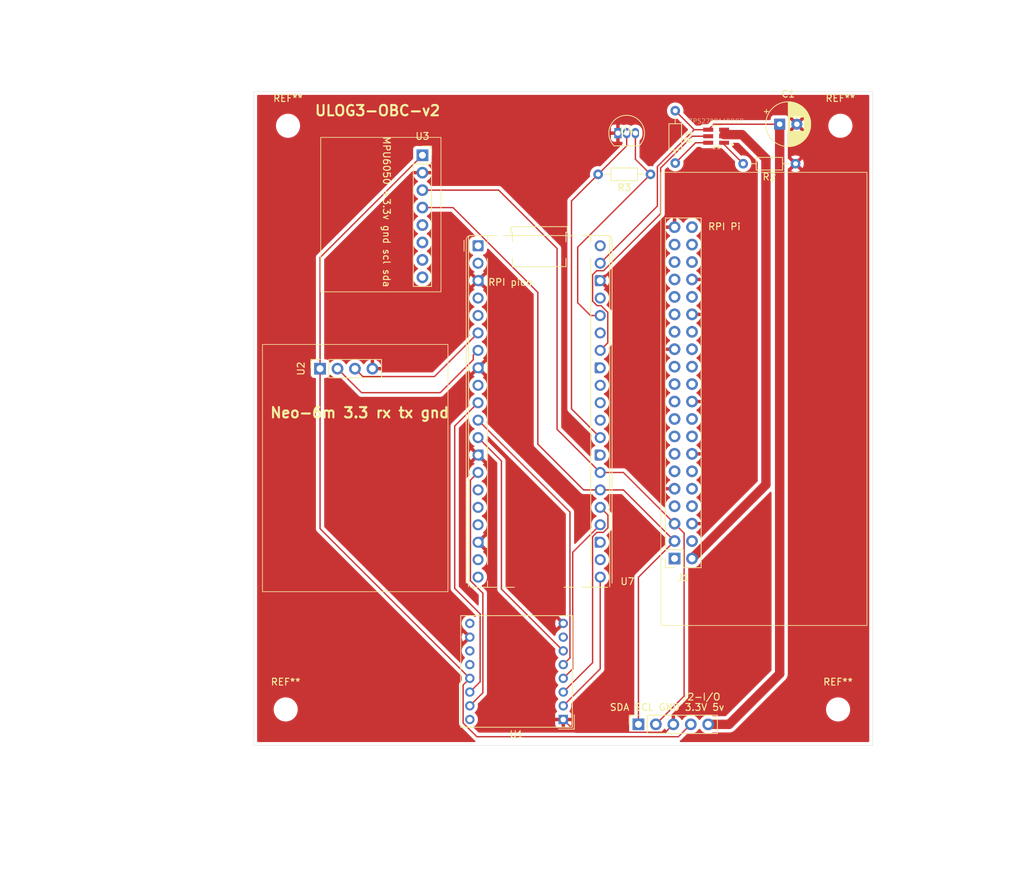
<source format=kicad_pcb>
(kicad_pcb (version 20240108) (generator "pcbnew") (generator_version "8.0")
  (layers (0 "F.Cu" signal) (31 "B.Cu" signal) (34 "B.Paste" user) (35 "F.Paste" user) (36 "B.SilkS" user "B.Silkscreen") (37 "F.SilkS" user "F.Silkscreen") (38 "B.Mask" user) (39 "F.Mask" user) (44 "Edge.Cuts" user))
  (net 0 "")
  (net 2 "Net-(J1-3V3-Pad1)")
  (net 3 "Net-(U5-R2)")
  (net 8 "SCL")
  (net 25 "TOG_POW")
  (net 27 "SDA")
  (net 32 "GND")
  (net 33 "+5V")
  (net 34 "Net-(U5-R1{slash}C1)")
  (net 35 "MOSI")
  (net 36 "NSS")
  (net 37 "DIO1")
  (net 38 "SCK")
  (net 39 "DP0")
  (net 40 "MISO")
  (net 41 "RESET")
  (net 42 "+3.3V")
  (net 49 "TOG_CTRL")
  (net 53 "rx")
  (net 57 "tx")
  (net 70 "A0")
  (net 71 "A1")
  (net 72 "Net-(U4-V_{DD})")
  (net 73 "Net-(U4-DQ)")
  (footprint "Connector_PinSocket_2.54mm:PinSocket_1x04_P2.54mm_Vertical" (layer "F.Cu") (at 123.2 73.9 90)
    (property "Reference" "U2" (at 0 -2.77 90) (layer "F.SilkS"))
    (property "Value" "NEO-6M-GPS")
    (fp_line (start 1.33 -1.33) (end 1.33 0) (stroke (width 0.12)) (layer "F.SilkS"))
    (fp_line (start 0 -1.33) (end 1.33 -1.33) (stroke (width 0.12)) (layer "F.SilkS"))
    (fp_line (start 1.33 1.27) (end 1.33 8.95) (stroke (width 0.12)) (layer "F.SilkS"))
    (fp_line (start -1.33 1.27) (end 1.33 1.27) (stroke (width 0.12)) (layer "F.SilkS"))
    (fp_line (start -1.33 1.27) (end -1.33 8.95) (stroke (width 0.12)) (layer "F.SilkS"))
    (fp_line (start -1.33 8.95) (end 1.33 8.95) (stroke (width 0.12)) (layer "F.SilkS"))
    (pad "1" thru_hole rect (at 0 0 90) (size 1.7 1.7) (drill 1) (layers "*.Cu" "*.Mask") (net 42 "+3.3V"))
    (pad "2" thru_hole oval (at 0 2.54 90) (size 1.7 1.7) (drill 1) (layers "*.Cu" "*.Mask") (net 57 "tx"))
    (pad "3" thru_hole oval (at 0 5.08 90) (size 1.7 1.7) (drill 1) (layers "*.Cu" "*.Mask") (net 53 "rx"))
    (pad "4" thru_hole oval (at 0 7.62 90) (size 1.7 1.7) (drill 1) (layers "*.Cu" "*.Mask") (net 32 "GND"))
  )
  (footprint "Capacitor_THT:CP_Radial_D6.3mm_P2.50mm" (layer "F.Cu") (at 190.1 38.3)
    (property "Reference" "C1" (at 1.25 -4.4 360) (layer "F.SilkS"))
    (property "Value" "100uF")
    (fp_line (start -2.250241 -1.839) (end -1.620241 -1.839) (stroke (width 0.12)) (layer "F.SilkS"))
    (fp_line (start -1.935241 -2.154) (end -1.935241 -1.524) (stroke (width 0.12)) (layer "F.SilkS"))
    (fp_line (start 1.25 -3.23) (end 1.25 3.23) (stroke (width 0.12)) (layer "F.SilkS"))
    (fp_line (start 1.29 -3.23) (end 1.29 3.23) (stroke (width 0.12)) (layer "F.SilkS"))
    (fp_line (start 1.33 -3.23) (end 1.33 3.23) (stroke (width 0.12)) (layer "F.SilkS"))
    (fp_line (start 1.37 -3.228) (end 1.37 3.228) (stroke (width 0.12)) (layer "F.SilkS"))
    (fp_line (start 1.41 -3.227) (end 1.41 3.227) (stroke (width 0.12)) (layer "F.SilkS"))
    (fp_line (start 1.45 -3.224) (end 1.45 3.224) (stroke (width 0.12)) (layer "F.SilkS"))
    (fp_line (start 1.49 -3.222) (end 1.49 -1.04) (stroke (width 0.12)) (layer "F.SilkS"))
    (fp_line (start 1.49 1.04) (end 1.49 3.222) (stroke (width 0.12)) (layer "F.SilkS"))
    (fp_line (start 1.53 -3.218) (end 1.53 -1.04) (stroke (width 0.12)) (layer "F.SilkS"))
    (fp_line (start 1.53 1.04) (end 1.53 3.218) (stroke (width 0.12)) (layer "F.SilkS"))
    (fp_line (start 1.57 -3.215) (end 1.57 -1.04) (stroke (width 0.12)) (layer "F.SilkS"))
    (fp_line (start 1.57 1.04) (end 1.57 3.215) (stroke (width 0.12)) (layer "F.SilkS"))
    (fp_line (start 1.61 -3.211) (end 1.61 -1.04) (stroke (width 0.12)) (layer "F.SilkS"))
    (fp_line (start 1.61 1.04) (end 1.61 3.211) (stroke (width 0.12)) (layer "F.SilkS"))
    (fp_line (start 1.65 -3.206) (end 1.65 -1.04) (stroke (width 0.12)) (layer "F.SilkS"))
    (fp_line (start 1.65 1.04) (end 1.65 3.206) (stroke (width 0.12)) (layer "F.SilkS"))
    (fp_line (start 1.69 -3.201) (end 1.69 -1.04) (stroke (width 0.12)) (layer "F.SilkS"))
    (fp_line (start 1.69 1.04) (end 1.69 3.201) (stroke (width 0.12)) (layer "F.SilkS"))
    (fp_line (start 1.73 -3.195) (end 1.73 -1.04) (stroke (width 0.12)) (layer "F.SilkS"))
    (fp_line (start 1.73 1.04) (end 1.73 3.195) (stroke (width 0.12)) (layer "F.SilkS"))
    (fp_line (start 1.77 -3.189) (end 1.77 -1.04) (stroke (width 0.12)) (layer "F.SilkS"))
    (fp_line (start 1.77 1.04) (end 1.77 3.189) (stroke (width 0.12)) (layer "F.SilkS"))
    (fp_line (start 1.81 -3.182) (end 1.81 -1.04) (stroke (width 0.12)) (layer "F.SilkS"))
    (fp_line (start 1.81 1.04) (end 1.81 3.182) (stroke (width 0.12)) (layer "F.SilkS"))
    (fp_line (start 1.85 -3.175) (end 1.85 -1.04) (stroke (width 0.12)) (layer "F.SilkS"))
    (fp_line (start 1.85 1.04) (end 1.85 3.175) (stroke (width 0.12)) (layer "F.SilkS"))
    (fp_line (start 1.89 -3.167) (end 1.89 -1.04) (stroke (width 0.12)) (layer "F.SilkS"))
    (fp_line (start 1.89 1.04) (end 1.89 3.167) (stroke (width 0.12)) (layer "F.SilkS"))
    (fp_line (start 1.93 -3.159) (end 1.93 -1.04) (stroke (width 0.12)) (layer "F.SilkS"))
    (fp_line (start 1.93 1.04) (end 1.93 3.159) (stroke (width 0.12)) (layer "F.SilkS"))
    (fp_line (start 1.971 -3.15) (end 1.971 -1.04) (stroke (width 0.12)) (layer "F.SilkS"))
    (fp_line (start 1.971 1.04) (end 1.971 3.15) (stroke (width 0.12)) (layer "F.SilkS"))
    (fp_line (start 2.011 -3.141) (end 2.011 -1.04) (stroke (width 0.12)) (layer "F.SilkS"))
    (fp_line (start 2.011 1.04) (end 2.011 3.141) (stroke (width 0.12)) (layer "F.SilkS"))
    (fp_line (start 2.051 -3.131) (end 2.051 -1.04) (stroke (width 0.12)) (layer "F.SilkS"))
    (fp_line (start 2.051 1.04) (end 2.051 3.131) (stroke (width 0.12)) (layer "F.SilkS"))
    (fp_line (start 2.091 -3.121) (end 2.091 -1.04) (stroke (width 0.12)) (layer "F.SilkS"))
    (fp_line (start 2.091 1.04) (end 2.091 3.121) (stroke (width 0.12)) (layer "F.SilkS"))
    (fp_line (start 2.131 -3.11) (end 2.131 -1.04) (stroke (width 0.12)) (layer "F.SilkS"))
    (fp_line (start 2.131 1.04) (end 2.131 3.11) (stroke (width 0.12)) (layer "F.SilkS"))
    (fp_line (start 2.171 -3.098) (end 2.171 -1.04) (stroke (width 0.12)) (layer "F.SilkS"))
    (fp_line (start 2.171 1.04) (end 2.171 3.098) (stroke (width 0.12)) (layer "F.SilkS"))
    (fp_line (start 2.211 -3.086) (end 2.211 -1.04) (stroke (width 0.12)) (layer "F.SilkS"))
    (fp_line (start 2.211 1.04) (end 2.211 3.086) (stroke (width 0.12)) (layer "F.SilkS"))
    (fp_line (start 2.251 -3.074) (end 2.251 -1.04) (stroke (width 0.12)) (layer "F.SilkS"))
    (fp_line (start 2.251 1.04) (end 2.251 3.074) (stroke (width 0.12)) (layer "F.SilkS"))
    (fp_line (start 2.291 -3.061) (end 2.291 -1.04) (stroke (width 0.12)) (layer "F.SilkS"))
    (fp_line (start 2.291 1.04) (end 2.291 3.061) (stroke (width 0.12)) (layer "F.SilkS"))
    (fp_line (start 2.331 -3.047) (end 2.331 -1.04) (stroke (width 0.12)) (layer "F.SilkS"))
    (fp_line (start 2.331 1.04) (end 2.331 3.047) (stroke (width 0.12)) (layer "F.SilkS"))
    (fp_line (start 2.371 -3.033) (end 2.371 -1.04) (stroke (width 0.12)) (layer "F.SilkS"))
    (fp_line (start 2.371 1.04) (end 2.371 3.033) (stroke (width 0.12)) (layer "F.SilkS"))
    (fp_line (start 2.411 -3.018) (end 2.411 -1.04) (stroke (width 0.12)) (layer "F.SilkS"))
    (fp_line (start 2.411 1.04) (end 2.411 3.018) (stroke (width 0.12)) (layer "F.SilkS"))
    (fp_line (start 2.451 -3.002) (end 2.451 -1.04) (stroke (width 0.12)) (layer "F.SilkS"))
    (fp_line (start 2.451 1.04) (end 2.451 3.002) (stroke (width 0.12)) (layer "F.SilkS"))
    (fp_line (start 2.491 -2.986) (end 2.491 -1.04) (stroke (width 0.12)) (layer "F.SilkS"))
    (fp_line (start 2.491 1.04) (end 2.491 2.986) (stroke (width 0.12)) (layer "F.SilkS"))
    (fp_line (start 2.531 -2.97) (end 2.531 -1.04) (stroke (width 0.12)) (layer "F.SilkS"))
    (fp_line (start 2.531 1.04) (end 2.531 2.97) (stroke (width 0.12)) (layer "F.SilkS"))
    (fp_line (start 2.571 -2.952) (end 2.571 -1.04) (stroke (width 0.12)) (layer "F.SilkS"))
    (fp_line (start 2.571 1.04) (end 2.571 2.952) (stroke (width 0.12)) (layer "F.SilkS"))
    (fp_line (start 2.611 -2.934) (end 2.611 -1.04) (stroke (width 0.12)) (layer "F.SilkS"))
    (fp_line (start 2.611 1.04) (end 2.611 2.934) (stroke (width 0.12)) (layer "F.SilkS"))
    (fp_line (start 2.651 -2.916) (end 2.651 -1.04) (stroke (width 0.12)) (layer "F.SilkS"))
    (fp_line (start 2.651 1.04) (end 2.651 2.916) (stroke (width 0.12)) (layer "F.SilkS"))
    (fp_line (start 2.691 -2.896) (end 2.691 -1.04) (stroke (width 0.12)) (layer "F.SilkS"))
    (fp_line (start 2.691 1.04) (end 2.691 2.896) (stroke (width 0.12)) (layer "F.SilkS"))
    (fp_line (start 2.731 -2.876) (end 2.731 -1.04) (stroke (width 0.12)) (layer "F.SilkS"))
    (fp_line (start 2.731 1.04) (end 2.731 2.876) (stroke (width 0.12)) (layer "F.SilkS"))
    (fp_line (start 2.771 -2.856) (end 2.771 -1.04) (stroke (width 0.12)) (layer "F.SilkS"))
    (fp_line (start 2.771 1.04) (end 2.771 2.856) (stroke (width 0.12)) (layer "F.SilkS"))
    (fp_line (start 2.811 -2.834) (end 2.811 -1.04) (stroke (width 0.12)) (layer "F.SilkS"))
    (fp_line (start 2.811 1.04) (end 2.811 2.834) (stroke (width 0.12)) (layer "F.SilkS"))
    (fp_line (start 2.851 -2.812) (end 2.851 -1.04) (stroke (width 0.12)) (layer "F.SilkS"))
    (fp_line (start 2.851 1.04) (end 2.851 2.812) (stroke (width 0.12)) (layer "F.SilkS"))
    (fp_line (start 2.891 -2.79) (end 2.891 -1.04) (stroke (width 0.12)) (layer "F.SilkS"))
    (fp_line (start 2.891 1.04) (end 2.891 2.79) (stroke (width 0.12)) (layer "F.SilkS"))
    (fp_line (start 2.931 -2.766) (end 2.931 -1.04) (stroke (width 0.12)) (layer "F.SilkS"))
    (fp_line (start 2.931 1.04) (end 2.931 2.766) (stroke (width 0.12)) (layer "F.SilkS"))
    (fp_line (start 2.971 -2.742) (end 2.971 -1.04) (stroke (width 0.12)) (layer "F.SilkS"))
    (fp_line (start 2.971 1.04) (end 2.971 2.742) (stroke (width 0.12)) (layer "F.SilkS"))
    (fp_line (start 3.011 -2.716) (end 3.011 -1.04) (stroke (width 0.12)) (layer "F.SilkS"))
    (fp_line (start 3.011 1.04) (end 3.011 2.716) (stroke (width 0.12)) (layer "F.SilkS"))
    (fp_line (start 3.051 -2.69) (end 3.051 -1.04) (stroke (width 0.12)) (layer "F.SilkS"))
    (fp_line (start 3.051 1.04) (end 3.051 2.69) (stroke (width 0.12)) (layer "F.SilkS"))
    (fp_line (start 3.091 -2.664) (end 3.091 -1.04) (stroke (width 0.12)) (layer "F.SilkS"))
    (fp_line (start 3.091 1.04) (end 3.091 2.664) (stroke (width 0.12)) (layer "F.SilkS"))
    (fp_line (start 3.131 -2.636) (end 3.131 -1.04) (stroke (width 0.12)) (layer "F.SilkS"))
    (fp_line (start 3.131 1.04) (end 3.131 2.636) (stroke (width 0.12)) (layer "F.SilkS"))
    (fp_line (start 3.171 -2.607) (end 3.171 -1.04) (stroke (width 0.12)) (layer "F.SilkS"))
    (fp_line (start 3.171 1.04) (end 3.171 2.607) (stroke (width 0.12)) (layer "F.SilkS"))
    (fp_line (start 3.211 -2.578) (end 3.211 -1.04) (stroke (width 0.12)) (layer "F.SilkS"))
    (fp_line (start 3.211 1.04) (end 3.211 2.578) (stroke (width 0.12)) (layer "F.SilkS"))
    (fp_line (start 3.251 -2.548) (end 3.251 -1.04) (stroke (width 0.12)) (layer "F.SilkS"))
    (fp_line (start 3.251 1.04) (end 3.251 2.548) (stroke (width 0.12)) (layer "F.SilkS"))
    (fp_line (start 3.291 -2.516) (end 3.291 -1.04) (stroke (width 0.12)) (layer "F.SilkS"))
    (fp_line (start 3.291 1.04) (end 3.291 2.516) (stroke (width 0.12)) (layer "F.SilkS"))
    (fp_line (start 3.331 -2.484) (end 3.331 -1.04) (stroke (width 0.12)) (layer "F.SilkS"))
    (fp_line (start 3.331 1.04) (end 3.331 2.484) (stroke (width 0.12)) (layer "F.SilkS"))
    (fp_line (start 3.371 -2.45) (end 3.371 -1.04) (stroke (width 0.12)) (layer "F.SilkS"))
    (fp_line (start 3.371 1.04) (end 3.371 2.45) (stroke (width 0.12)) (layer "F.SilkS"))
    (fp_line (start 3.411 -2.416) (end 3.411 -1.04) (stroke (width 0.12)) (layer "F.SilkS"))
    (fp_line (start 3.411 1.04) (end 3.411 2.416) (stroke (width 0.12)) (layer "F.SilkS"))
    (fp_line (start 3.451 -2.38) (end 3.451 -1.04) (stroke (width 0.12)) (layer "F.SilkS"))
    (fp_line (start 3.451 1.04) (end 3.451 2.38) (stroke (width 0.12)) (layer "F.SilkS"))
    (fp_line (start 3.491 -2.343) (end 3.491 -1.04) (stroke (width 0.12)) (layer "F.SilkS"))
    (fp_line (start 3.491 1.04) (end 3.491 2.343) (stroke (width 0.12)) (layer "F.SilkS"))
    (fp_line (start 3.531 -2.305) (end 3.531 -1.04) (stroke (width 0.12)) (layer "F.SilkS"))
    (fp_line (start 3.531 1.04) (end 3.531 2.305) (stroke (width 0.12)) (layer "F.SilkS"))
    (fp_line (start 3.571 -2.265) (end 3.571 2.265) (stroke (width 0.12)) (layer "F.SilkS"))
    (fp_line (start 3.611 -2.224) (end 3.611 2.224) (stroke (width 0.12)) (layer "F.SilkS"))
    (fp_line (start 3.651 -2.182) (end 3.651 2.182) (stroke (width 0.12)) (layer "F.SilkS"))
    (fp_line (start 3.691 -2.137) (end 3.691 2.137) (stroke (width 0.12)) (layer "F.SilkS"))
    (fp_line (start 3.731 -2.092) (end 3.731 2.092) (stroke (width 0.12)) (layer "F.SilkS"))
    (fp_line (start 3.771 -2.044) (end 3.771 2.044) (stroke (width 0.12)) (layer "F.SilkS"))
    (fp_line (start 3.811 -1.995) (end 3.811 1.995) (stroke (width 0.12)) (layer "F.SilkS"))
    (fp_line (start 3.851 -1.944) (end 3.851 1.944) (stroke (width 0.12)) (layer "F.SilkS"))
    (fp_line (start 3.891 -1.89) (end 3.891 1.89) (stroke (width 0.12)) (layer "F.SilkS"))
    (fp_line (start 3.931 -1.834) (end 3.931 1.834) (stroke (width 0.12)) (layer "F.SilkS"))
    (fp_line (start 3.971 -1.776) (end 3.971 1.776) (stroke (width 0.12)) (layer "F.SilkS"))
    (fp_line (start 4.011 -1.714) (end 4.011 1.714) (stroke (width 0.12)) (layer "F.SilkS"))
    (fp_line (start 4.051 -1.65) (end 4.051 1.65) (stroke (width 0.12)) (layer "F.SilkS"))
    (fp_line (start 4.091 -1.581) (end 4.091 1.581) (stroke (width 0.12)) (layer "F.SilkS"))
    (fp_line (start 4.131 -1.509) (end 4.131 1.509) (stroke (width 0.12)) (layer "F.SilkS"))
    (fp_line (start 4.171 -1.432) (end 4.171 1.432) (stroke (width 0.12)) (layer "F.SilkS"))
    (fp_line (start 4.211 -1.35) (end 4.211 1.35) (stroke (width 0.12)) (layer "F.SilkS"))
    (fp_line (start 4.251 -1.262) (end 4.251 1.262) (stroke (width 0.12)) (layer "F.SilkS"))
    (fp_line (start 4.291 -1.165) (end 4.291 1.165) (stroke (width 0.12)) (layer "F.SilkS"))
    (fp_line (start 4.331 -1.059) (end 4.331 1.059) (stroke (width 0.12)) (layer "F.SilkS"))
    (fp_line (start 4.371 -0.94) (end 4.371 0.94) (stroke (width 0.12)) (layer "F.SilkS"))
    (fp_line (start 4.411 -0.802) (end 4.411 0.802) (stroke (width 0.12)) (layer "F.SilkS"))
    (fp_line (start 4.451 -0.633) (end 4.451 0.633) (stroke (width 0.12)) (layer "F.SilkS"))
    (fp_line (start 4.491 -0.402) (end 4.491 0.402) (stroke (width 0.12)) (layer "F.SilkS"))
    (fp_circle (center 1.25 0) (end 4.52 0) (stroke (width 0.12)) (fill none) (layer "F.SilkS"))
    (pad "1" thru_hole rect (at 0 0) (size 1.6 1.6) (drill 0.8) (layers "*.Cu" "*.Mask") (net 33 "+5V"))
    (pad "2" thru_hole circle (at 2.5 0) (size 1.6 1.6) (drill 0.8) (layers "*.Cu" "*.Mask") (net 32 "GND"))
  )
  (footprint "MountingHole:MountingHole_3mm" (layer "F.Cu") (at 198.6 123.528)
    (property "Reference" "REF**" (at 0 -4 0) (layer "F.SilkS"))
    (property "Value" "MountingHole_3mm")
    (pad "" np_thru_hole circle (at 0 0) (size 3 3) (drill 3) (layers "*.Cu" "*.Mask"))
  )
  (footprint "Resistor_THT:R_Axial_DIN0204_L3.6mm_D1.6mm_P7.62mm_Horizontal" (layer "F.Cu") (at 171.3 45.6 180)
    (property "Reference" "R3" (at 3.81 -1.92 360) (layer "F.SilkS"))
    (property "Value" "4.4k")
    (fp_line (start 6.68 0) (end 5.73 0) (stroke (width 0.12)) (layer "F.SilkS"))
    (fp_line (start 5.73 0.92) (end 5.73 -0.92) (stroke (width 0.12)) (layer "F.SilkS"))
    (fp_line (start 5.73 -0.92) (end 1.89 -0.92) (stroke (width 0.12)) (layer "F.SilkS"))
    (fp_line (start 1.89 0.92) (end 5.73 0.92) (stroke (width 0.12)) (layer "F.SilkS"))
    (fp_line (start 1.89 -0.92) (end 1.89 0.92) (stroke (width 0.12)) (layer "F.SilkS"))
    (fp_line (start 0.94 0) (end 1.89 0) (stroke (width 0.12)) (layer "F.SilkS"))
    (pad "1" thru_hole circle (at 0 0 180) (size 1.4 1.4) (drill 0.7) (layers "*.Cu" "*.Mask") (net 72 "Net-(U4-V_{DD})"))
    (pad "2" thru_hole oval (at 7.62 0 180) (size 1.4 1.4) (drill 0.7) (layers "*.Cu" "*.Mask") (net 73 "Net-(U4-DQ)"))
  )
  (footprint "TPS27081A:SOT95P280X110-6N" (layer "F.Cu") (at 180.855 40.05 180)
    (property "Reference" "U5" (at 0 -1.565 360) (layer "F.SilkS") (effects (font (size 0.64 0.64) (thickness 0.05))))
    (property "Value" "TPS27081ADDCR" (at -0.068 2.2064 360) (layer "F.SilkS") (effects (font (size 0.64 0.64) (thickness 0.05))))
    (fp_line (start -0.8 1.565) (end 0.8 1.565) (stroke (width 0.127)) (layer "F.SilkS"))
    (fp_line (start -0.8 -1.565) (end 0.8 -1.565) (stroke (width 0.127)) (layer "F.SilkS"))
    (fp_circle (center -2.4 -1.2) (end -2.3 -1.2) (stroke (width 0.2)) (fill none) (layer "F.SilkS"))
    (pad "1" smd rect (at -1.155 -0.95 180) (size 1.45 0.59) (layers "F.Cu" "F.Paste") (net 3 "Net-(U5-R2)"))
    (pad "2" smd rect (at -1.155 0 180) (size 1.45 0.59) (layers "F.Cu" "F.Paste") (net 25 "TOG_POW"))
    (pad "3" smd rect (at -1.155 0.95 180) (size 1.45 0.59) (layers "F.Cu" "F.Paste") (net 25 "TOG_POW"))
    (pad "4" smd rect (at 1.155 0.95 180) (size 1.45 0.59) (layers "F.Cu" "F.Paste") (net 33 "+5V"))
    (pad "5" smd rect (at 1.155 0 180) (size 1.45 0.59) (layers "F.Cu" "F.Paste") (net 49 "TOG_CTRL"))
    (pad "6" smd rect (at 1.155 -0.95 180) (size 1.45 0.59) (layers "F.Cu" "F.Paste") (net 34 "Net-(U5-R1{slash}C1)"))
  )
  (footprint "Connector_PinSocket_2.54mm:PinSocket_1x08_P2.54mm_Vertical" (layer "F.Cu") (at 138.1 42.82)
    (property "Reference" "U3" (at 0 -2.77 0) (layer "F.SilkS"))
    (property "Value" "MPU-6050")
    (fp_line (start -1.33 1.27) (end -1.33 19.11) (stroke (width 0.12)) (layer "F.SilkS"))
    (fp_line (start -1.33 1.27) (end 1.33 1.27) (stroke (width 0.12)) (layer "F.SilkS"))
    (fp_line (start -1.33 19.11) (end 1.33 19.11) (stroke (width 0.12)) (layer "F.SilkS"))
    (fp_line (start 0 -1.33) (end 1.33 -1.33) (stroke (width 0.12)) (layer "F.SilkS"))
    (fp_line (start 1.33 -1.33) (end 1.33 0) (stroke (width 0.12)) (layer "F.SilkS"))
    (fp_line (start 1.33 1.27) (end 1.33 19.11) (stroke (width 0.12)) (layer "F.SilkS"))
    (pad "1" thru_hole rect (at 0 0) (size 1.7 1.7) (drill 1) (layers "*.Cu" "*.Mask") (net 42 "+3.3V"))
    (pad "2" thru_hole oval (at 0 2.54) (size 1.7 1.7) (drill 1) (layers "*.Cu" "*.Mask") (net 32 "GND"))
    (pad "3" thru_hole oval (at 0 5.08) (size 1.7 1.7) (drill 1) (layers "*.Cu" "*.Mask") (net 8 "SCL"))
    (pad "4" thru_hole oval (at 0 7.62) (size 1.7 1.7) (drill 1) (layers "*.Cu" "*.Mask") (net 27 "SDA"))
    (pad "5" thru_hole oval (at 0 10.16) (size 1.7 1.7) (drill 1) (layers "*.Cu" "*.Mask"))
    (pad "6" thru_hole oval (at 0 12.7) (size 1.7 1.7) (drill 1) (layers "*.Cu" "*.Mask"))
    (pad "7" thru_hole oval (at 0 15.24) (size 1.7 1.7) (drill 1) (layers "*.Cu" "*.Mask"))
    (pad "8" thru_hole oval (at 0 17.78) (size 1.7 1.7) (drill 1) (layers "*.Cu" "*.Mask"))
  )
  (footprint "MountingHole:MountingHole_3mm" (layer "F.Cu") (at 118.538 38.528)
    (property "Reference" "REF**" (at 0 -4 0) (layer "F.SilkS"))
    (property "Value" "MountingHole_3mm")
    (pad "" np_thru_hole circle (at 0 0) (size 3 3) (drill 3) (layers "*.Cu" "*.Mask"))
  )
  (footprint "Resistor_THT:R_Axial_DIN0204_L3.6mm_D1.6mm_P7.62mm_Horizontal" (layer "F.Cu") (at 174.9 36.34 -90)
    (property "Reference" "R1" (at 3.81 -1.92 -90) (layer "F.SilkS"))
    (property "Value" "100k")
    (fp_line (start 1.89 0.92) (end 5.73 0.92) (stroke (width 0.12)) (layer "F.SilkS"))
    (fp_line (start 5.73 0.92) (end 5.73 -0.92) (stroke (width 0.12)) (layer "F.SilkS"))
    (fp_line (start 0.94 0) (end 1.89 0) (stroke (width 0.12)) (layer "F.SilkS"))
    (fp_line (start 6.68 0) (end 5.73 0) (stroke (width 0.12)) (layer "F.SilkS"))
    (fp_line (start 1.89 -0.92) (end 1.89 0.92) (stroke (width 0.12)) (layer "F.SilkS"))
    (fp_line (start 5.73 -0.92) (end 1.89 -0.92) (stroke (width 0.12)) (layer "F.SilkS"))
    (pad "1" thru_hole circle (at 0 0 270) (size 1.4 1.4) (drill 0.7) (layers "*.Cu" "*.Mask") (net 33 "+5V"))
    (pad "2" thru_hole oval (at 7.62 0 270) (size 1.4 1.4) (drill 0.7) (layers "*.Cu" "*.Mask") (net 34 "Net-(U5-R1{slash}C1)"))
  )
  (footprint "Resistor_THT:R_Axial_DIN0204_L3.6mm_D1.6mm_P7.62mm_Horizontal" (layer "F.Cu") (at 192.41 44.05 180)
    (property "Reference" "R2" (at 3.81 -1.92 180) (layer "F.SilkS"))
    (property "Value" "1k")
    (fp_line (start 6.68 0) (end 5.73 0) (stroke (width 0.12)) (layer "F.SilkS"))
    (fp_line (start 5.73 0.92) (end 5.73 -0.92) (stroke (width 0.12)) (layer "F.SilkS"))
    (fp_line (start 5.73 -0.92) (end 1.89 -0.92) (stroke (width 0.12)) (layer "F.SilkS"))
    (fp_line (start 1.89 0.92) (end 5.73 0.92) (stroke (width 0.12)) (layer "F.SilkS"))
    (fp_line (start 1.89 -0.92) (end 1.89 0.92) (stroke (width 0.12)) (layer "F.SilkS"))
    (fp_line (start 0.94 0) (end 1.89 0) (stroke (width 0.12)) (layer "F.SilkS"))
    (pad "1" thru_hole circle (at 0 0 180) (size 1.4 1.4) (drill 0.7) (layers "*.Cu" "*.Mask") (net 32 "GND"))
    (pad "2" thru_hole oval (at 7.62 0 180) (size 1.4 1.4) (drill 0.7) (layers "*.Cu" "*.Mask") (net 3 "Net-(U5-R2)"))
  )
  (footprint "Connector_PinSocket_2.54mm:PinSocket_2x20_P2.54mm_Vertical" (layer "F.Cu") (at 174.8 101.55 180)
    (property "Reference" "J1" (at -1.27 -2.77 360) (layer "F.SilkS"))
    (property "Value" "Raspberry_Pi_2_3")
    (fp_line (start 1.33 1.27) (end 1.33 49.59) (stroke (width 0.12)) (layer "F.SilkS"))
    (fp_line (start 1.33 -1.33) (end 1.33 0) (stroke (width 0.12)) (layer "F.SilkS"))
    (fp_line (start 0 -1.33) (end 1.33 -1.33) (stroke (width 0.12)) (layer "F.SilkS"))
    (fp_line (start -1.27 1.27) (end 1.33 1.27) (stroke (width 0.12)) (layer "F.SilkS"))
    (fp_line (start -1.27 -1.33) (end -1.27 1.27) (stroke (width 0.12)) (layer "F.SilkS"))
    (fp_line (start -3.87 49.59) (end 1.33 49.59) (stroke (width 0.12)) (layer "F.SilkS"))
    (fp_line (start -3.87 -1.33) (end -1.27 -1.33) (stroke (width 0.12)) (layer "F.SilkS"))
    (fp_line (start -3.87 -1.33) (end -3.87 49.59) (stroke (width 0.12)) (layer "F.SilkS"))
    (pad "1" thru_hole rect (at 0 0 180) (size 1.7 1.7) (drill 1) (layers "*.Cu" "*.Mask") (net 2 "Net-(J1-3V3-Pad1)"))
    (pad "2" thru_hole oval (at -2.54 0 180) (size 1.7 1.7) (drill 1) (layers "*.Cu" "*.Mask") (net 25 "TOG_POW"))
    (pad "3" thru_hole oval (at 0 2.54 180) (size 1.7 1.7) (drill 1) (layers "*.Cu" "*.Mask") (net 27 "SDA"))
    (pad "4" thru_hole oval (at -2.54 2.54 180) (size 1.7 1.7) (drill 1) (layers "*.Cu" "*.Mask") (net 25 "TOG_POW"))
    (pad "5" thru_hole oval (at 0 5.08 180) (size 1.7 1.7) (drill 1) (layers "*.Cu" "*.Mask") (net 8 "SCL"))
    (pad "6" thru_hole oval (at -2.54 5.08 180) (size 1.7 1.7) (drill 1) (layers "*.Cu" "*.Mask") (net 32 "GND"))
    (pad "7" thru_hole oval (at 0 7.62 180) (size 1.7 1.7) (drill 1) (layers "*.Cu" "*.Mask"))
    (pad "8" thru_hole oval (at -2.54 7.62 180) (size 1.7 1.7) (drill 1) (layers "*.Cu" "*.Mask"))
    (pad "9" thru_hole oval (at 0 10.16 180) (size 1.7 1.7) (drill 1) (layers "*.Cu" "*.Mask") (net 32 "GND"))
    (pad "10" thru_hole oval (at -2.54 10.16 180) (size 1.7 1.7) (drill 1) (layers "*.Cu" "*.Mask"))
    (pad "11" thru_hole oval (at 0 12.7 180) (size 1.7 1.7) (drill 1) (layers "*.Cu" "*.Mask"))
    (pad "12" thru_hole oval (at -2.54 12.7 180) (size 1.7 1.7) (drill 1) (layers "*.Cu" "*.Mask"))
    (pad "13" thru_hole oval (at 0 15.24 180) (size 1.7 1.7) (drill 1) (layers "*.Cu" "*.Mask"))
    (pad "14" thru_hole oval (at -2.54 15.24 180) (size 1.7 1.7) (drill 1) (layers "*.Cu" "*.Mask") (net 32 "GND"))
    (pad "15" thru_hole oval (at 0 17.78 180) (size 1.7 1.7) (drill 1) (layers "*.Cu" "*.Mask"))
    (pad "16" thru_hole oval (at -2.54 17.78 180) (size 1.7 1.7) (drill 1) (layers "*.Cu" "*.Mask"))
    (pad "17" thru_hole oval (at 0 20.32 180) (size 1.7 1.7) (drill 1) (layers "*.Cu" "*.Mask") (net 2 "Net-(J1-3V3-Pad1)"))
    (pad "18" thru_hole oval (at -2.54 20.32 180) (size 1.7 1.7) (drill 1) (layers "*.Cu" "*.Mask"))
    (pad "19" thru_hole oval (at 0 22.86 180) (size 1.7 1.7) (drill 1) (layers "*.Cu" "*.Mask"))
    (pad "20" thru_hole oval (at -2.54 22.86 180) (size 1.7 1.7) (drill 1) (layers "*.Cu" "*.Mask") (net 32 "GND"))
    (pad "21" thru_hole oval (at 0 25.4 180) (size 1.7 1.7) (drill 1) (layers "*.Cu" "*.Mask"))
    (pad "22" thru_hole oval (at -2.54 25.4 180) (size 1.7 1.7) (drill 1) (layers "*.Cu" "*.Mask"))
    (pad "23" thru_hole oval (at 0 27.94 180) (size 1.7 1.7) (drill 1) (layers "*.Cu" "*.Mask"))
    (pad "24" thru_hole oval (at -2.54 27.94 180) (size 1.7 1.7) (drill 1) (layers "*.Cu" "*.Mask"))
    (pad "25" thru_hole oval (at 0 30.48 180) (size 1.7 1.7) (drill 1) (layers "*.Cu" "*.Mask") (net 32 "GND"))
    (pad "26" thru_hole oval (at -2.54 30.48 180) (size 1.7 1.7) (drill 1) (layers "*.Cu" "*.Mask"))
    (pad "27" thru_hole oval (at 0 33.02 180) (size 1.7 1.7) (drill 1) (layers "*.Cu" "*.Mask"))
    (pad "28" thru_hole oval (at -2.54 33.02 180) (size 1.7 1.7) (drill 1) (layers "*.Cu" "*.Mask"))
    (pad "29" thru_hole oval (at 0 35.56 180) (size 1.7 1.7) (drill 1) (layers "*.Cu" "*.Mask"))
    (pad "30" thru_hole oval (at -2.54 35.56 180) (size 1.7 1.7) (drill 1) (layers "*.Cu" "*.Mask") (net 32 "GND"))
    (pad "31" thru_hole oval (at 0 38.1 180) (size 1.7 1.7) (drill 1) (layers "*.Cu" "*.Mask"))
    (pad "32" thru_hole oval (at -2.54 38.1 180) (size 1.7 1.7) (drill 1) (layers "*.Cu" "*.Mask"))
    (pad "33" thru_hole oval (at 0 40.64 180) (size 1.7 1.7) (drill 1) (layers "*.Cu" "*.Mask"))
    (pad "34" thru_hole oval (at -2.54 40.64 180) (size 1.7 1.7) (drill 1) (layers "*.Cu" "*.Mask") (net 32 "GND"))
    (pad "35" thru_hole oval (at 0 43.18 180) (size 1.7 1.7) (drill 1) (layers "*.Cu" "*.Mask"))
    (pad "36" thru_hole oval (at -2.54 43.18 180) (size 1.7 1.7) (drill 1) (layers "*.Cu" "*.Mask"))
    (pad "37" thru_hole oval (at 0 45.72 180) (size 1.7 1.7) (drill 1) (layers "*.Cu" "*.Mask"))
    (pad "38" thru_hole oval (at -2.54 45.72 180) (size 1.7 1.7) (drill 1) (layers "*.Cu" "*.Mask"))
    (pad "39" thru_hole oval (at 0 48.26 180) (size 1.7 1.7) (drill 1) (layers "*.Cu" "*.Mask") (net 32 "GND"))
    (pad "40" thru_hole oval (at -2.54 48.26 180) (size 1.7 1.7) (drill 1) (layers "*.Cu" "*.Mask"))
  )
  (footprint "MountingHole:MountingHole_3mm" (layer "F.Cu") (at 198.938 38.528)
    (property "Reference" "REF**" (at 0 -4 0) (layer "F.SilkS"))
    (property "Value" "MountingHole_3mm")
    (pad "" np_thru_hole circle (at 0 0) (size 3 3) (drill 3) (layers "*.Cu" "*.Mask"))
  )
  (footprint "RF_Module:HOPERF_RFM9XW_THT" (layer "F.Cu") (at 158.6 125 180)
    (property "Reference" "U1" (at 6.8 -2.17 360) (layer "F.SilkS"))
    (property "Value" "RFM95W-915S2")
    (fp_line (start 14.925 15.125) (end -1.325 15.125) (stroke (width 0.12)) (layer "F.SilkS"))
    (fp_line (start 14.925 -1.125) (end 14.925 15.125) (stroke (width 0.12)) (layer "F.SilkS"))
    (fp_line (start -1.325 15.125) (end -1.325 -1.125) (stroke (width 0.12)) (layer "F.SilkS"))
    (fp_line (start -1.325 -1.125) (end 14.925 -1.125) (stroke (width 0.12)) (layer "F.SilkS"))
    (fp_line (start -1.6 0.7) (end -1.6 -1.4) (stroke (width 0.12)) (layer "F.SilkS"))
    (fp_line (start -1.6 -1.4) (end 0.7 -1.4) (stroke (width 0.12)) (layer "F.SilkS"))
    (pad "1" thru_hole rect (at 0 0 180) (size 1.35 1.35) (drill 0.8) (layers "*.Cu" "*.Mask") (net 32 "GND"))
    (pad "2" thru_hole circle (at 0 2 180) (size 1.35 1.35) (drill 0.8) (layers "*.Cu" "*.Mask") (net 40 "MISO"))
    (pad "3" thru_hole circle (at 0 4 180) (size 1.35 1.35) (drill 0.8) (layers "*.Cu" "*.Mask") (net 35 "MOSI"))
    (pad "4" thru_hole circle (at 0 6 180) (size 1.35 1.35) (drill 0.8) (layers "*.Cu" "*.Mask") (net 38 "SCK"))
    (pad "5" thru_hole circle (at 0 8 180) (size 1.35 1.35) (drill 0.8) (layers "*.Cu" "*.Mask") (net 36 "NSS"))
    (pad "6" thru_hole circle (at 0 10 180) (size 1.35 1.35) (drill 0.8) (layers "*.Cu" "*.Mask") (net 41 "RESET"))
    (pad "7" thru_hole circle (at 0 12 180) (size 1.35 1.35) (drill 0.8) (layers "*.Cu" "*.Mask"))
    (pad "8" thru_hole circle (at 0 14 180) (size 1.35 1.35) (drill 0.8) (layers "*.Cu" "*.Mask") (net 32 "GND"))
    (pad "9" thru_hole circle (at 13.6 14 180) (size 1.35 1.35) (drill 0.8) (layers "*.Cu" "*.Mask"))
    (pad "10" thru_hole circle (at 13.6 12 180) (size 1.35 1.35) (drill 0.8) (layers "*.Cu" "*.Mask") (net 32 "GND"))
    (pad "11" thru_hole circle (at 13.6 10 180) (size 1.35 1.35) (drill 0.8) (layers "*.Cu" "*.Mask"))
    (pad "12" thru_hole circle (at 13.6 8 180) (size 1.35 1.35) (drill 0.8) (layers "*.Cu" "*.Mask"))
    (pad "13" thru_hole circle (at 13.6 6 180) (size 1.35 1.35) (drill 0.8) (layers "*.Cu" "*.Mask") (net 42 "+3.3V"))
    (pad "14" thru_hole circle (at 13.6 4 180) (size 1.35 1.35) (drill 0.8) (layers "*.Cu" "*.Mask") (net 39 "DP0"))
    (pad "15" thru_hole circle (at 13.6 2 180) (size 1.35 1.35) (drill 0.8) (layers "*.Cu" "*.Mask") (net 37 "DIO1"))
    (pad "16" thru_hole circle (at 13.6 0 180) (size 1.35 1.35) (drill 0.8) (layers "*.Cu" "*.Mask"))
  )
  (footprint "Connector_PinSocket_2.54mm:PinSocket_1x05_P2.54mm_Vertical" (layer "F.Cu") (at 169.54 125.7 90)
    (property "Reference" "J2-I/O" (at 4 9.16 180) (layer "F.SilkS"))
    (property "Value" "Conn_01x05")
    (fp_line (start 1.33 -1.33) (end 1.33 0) (stroke (width 0.12)) (layer "F.SilkS"))
    (fp_line (start 0 -1.33) (end 1.33 -1.33) (stroke (width 0.12)) (layer "F.SilkS"))
    (fp_line (start 1.33 1.27) (end 1.33 11.49) (stroke (width 0.12)) (layer "F.SilkS"))
    (fp_line (start -1.33 1.27) (end 1.33 1.27) (stroke (width 0.12)) (layer "F.SilkS"))
    (fp_line (start -1.33 1.27) (end -1.33 11.49) (stroke (width 0.12)) (layer "F.SilkS"))
    (fp_line (start -1.33 11.49) (end 1.33 11.49) (stroke (width 0.12)) (layer "F.SilkS"))
    (pad "1" thru_hole rect (at 0 0 90) (size 1.7 1.7) (drill 1) (layers "*.Cu" "*.Mask") (net 27 "SDA"))
    (pad "2" thru_hole oval (at 0 2.54 90) (size 1.7 1.7) (drill 1) (layers "*.Cu" "*.Mask") (net 8 "SCL"))
    (pad "3" thru_hole oval (at 0 5.08 90) (size 1.7 1.7) (drill 1) (layers "*.Cu" "*.Mask") (net 32 "GND"))
    (pad "4" thru_hole oval (at 0 7.62 90) (size 1.7 1.7) (drill 1) (layers "*.Cu" "*.Mask") (net 42 "+3.3V"))
    (pad "5" thru_hole oval (at 0 10.16 90) (size 1.7 1.7) (drill 1) (layers "*.Cu" "*.Mask") (net 33 "+5V"))
  )
  (footprint "Module:RaspberryPi_Pico_Common_THT" (layer "F.Cu") (at 146.2 56)
    (property "Reference" "U7" (at 20.6375 48.895 0) (layer "F.SilkS") (effects (justify left)))
    (property "Value" "RASPBERRY_PI_PICO")
    (fp_line (start -2.04 0.8) (end -2.04 -0.8) (stroke (width 0.12)) (layer "F.SilkS"))
    (fp_line (start -1.72 -0.87) (end -1.72 49.13) (stroke (width 0.12)) (layer "F.SilkS"))
    (fp_line (start -1.38 -1.417) (end -1.38 49.677) (stroke (width 0.12)) (layer "F.SilkS"))
    (fp_line (start -1.11 -1.48) (end 1.38 -1.48) (stroke (width 0.12)) (layer "F.SilkS"))
    (fp_line (start -1.11 49.74) (end 2.727939 49.74) (stroke (width 0.12)) (layer "F.SilkS"))
    (fp_line (start 1.38 -1.48) (end 1.38 -0.56648) (stroke (width 0.12)) (layer "F.SilkS"))
    (fp_line (start 1.38 -1.48) (end 2.72794 -1.48) (stroke (width 0.12)) (layer "F.SilkS"))
    (fp_line (start 1.38 1.82648) (end 1.38 46.43352) (stroke (width 0.12)) (layer "F.SilkS"))
    (fp_line (start 1.38 48.82648) (end 1.38 49.74) (stroke (width 0.12)) (layer "F.SilkS"))
    (fp_line (start 3.652061 -1.48) (end 4.655 -1.48) (stroke (width 0.12)) (layer "F.SilkS"))
    (fp_line (start 4.655 -1.48) (end 13.125 -1.48) (stroke (width 0.12)) (layer "F.SilkS"))
    (fp_line (start 4.78 -2.78) (end 4.78 -1.96) (stroke (width 0.12)) (layer "F.SilkS"))
    (fp_line (start 4.78 -2.78) (end 13 -2.78) (stroke (width 0.12)) (layer "F.SilkS"))
    (fp_line (start 4.78 -1.96) (end 4.99 -1.96) (stroke (width 0.12)) (layer "F.SilkS"))
    (fp_line (start 4.99 -1.96) (end 4.99 -0.564) (stroke (width 0.12)) (layer "F.SilkS"))
    (fp_line (start 4.99 1.824) (end 4.99 3.04) (stroke (width 0.12)) (layer "F.SilkS"))
    (fp_line (start 5.29 49.74) (end 3.652061 49.74) (stroke (width 0.12)) (layer "F.SilkS"))
    (fp_line (start 12.79 -1.96) (end 12.79 -0.564) (stroke (width 0.12)) (layer "F.SilkS"))
    (fp_line (start 12.79 1.824) (end 12.79 3.04) (stroke (width 0.12)) (layer "F.SilkS"))
    (fp_line (start 12.79 3.04) (end 4.99 3.04) (stroke (width 0.12)) (layer "F.SilkS"))
    (fp_line (start 13 -2.78) (end 13 -1.96) (stroke (width 0.12)) (layer "F.SilkS"))
    (fp_line (start 13 -1.96) (end 12.79 -1.96) (stroke (width 0.12)) (layer "F.SilkS"))
    (fp_line (start 13.125 -1.48) (end 14.127939 -1.48) (stroke (width 0.12)) (layer "F.SilkS"))
    (fp_line (start 14.127939 49.74) (end 12.49 49.74) (stroke (width 0.12)) (layer "F.SilkS"))
    (fp_line (start 15.052061 -1.48) (end 16.4 -1.48) (stroke (width 0.12)) (layer "F.SilkS"))
    (fp_line (start 15.052061 49.74) (end 18.89 49.74) (stroke (width 0.12)) (layer "F.SilkS"))
    (fp_line (start 16.4 -1.48) (end 16.4 -0.56648) (stroke (width 0.12)) (layer "F.SilkS"))
    (fp_line (start 16.4 1.82648) (end 16.4 46.43352) (stroke (width 0.12)) (layer "F.SilkS"))
    (fp_line (start 16.4 48.82648) (end 16.4 49.74) (stroke (width 0.12)) (layer "F.SilkS"))
    (fp_line (start 18.89 -1.48) (end 16.4 -1.48) (stroke (width 0.12)) (layer "F.SilkS"))
    (fp_line (start 19.16 49.677) (end 19.16 -1.417) (stroke (width 0.12)) (layer "F.SilkS"))
    (fp_line (start 19.5 -0.87) (end 19.5 49.13) (stroke (width 0.12)) (layer "F.SilkS"))
    (fp_arc (start -1.72 -0.87) (mid -1.541335 -1.301335) (end -1.11 -1.48) (stroke (width 0.12)) (layer "F.SilkS"))
    (fp_arc (start 18.89 -1.48) (mid 19.321335 -1.301335) (end 19.5 -0.87) (stroke (width 0.12)) (layer "F.SilkS"))
    (pad "1" thru_hole roundrect (at 0 0) (size 1.6 1.6) (drill 1) (layers "*.Cu" "*.Mask") (roundrect_rratio 0.125))
    (pad "2" thru_hole circle (at 0 2.54) (size 1.6 1.6) (drill 1) (layers "*.Cu" "*.Mask"))
    (pad "3" thru_hole custom (at 0 5.08) (size 1.6 1.6) (drill 1) (layers "*.Cu" "*.Mask") (net 32 "GND") (options (clearance outline) (anchor circle)) (primitives (gr_poly (pts (xy 0.8 0.6) (xy 0.8 -0.6) (xy 0.6 -0.8) (xy 0 -0.8) (xy 0 0.8) (xy 0.6 0.8)) (width 0) (fill yes)) (gr_circle (center 0.6 0.6) (end 0.8 0.6) (width 0) (fill yes)) (gr_circle (center 0.6 -0.6) (end 0.8 -0.6) (width 0) (fill yes))))
    (pad "4" thru_hole circle (at 0 7.62) (size 1.6 1.6) (drill 1) (layers "*.Cu" "*.Mask"))
    (pad "5" thru_hole circle (at 0 10.16) (size 1.6 1.6) (drill 1) (layers "*.Cu" "*.Mask"))
    (pad "6" thru_hole circle (at 0 12.7) (size 1.6 1.6) (drill 1) (layers "*.Cu" "*.Mask") (net 53 "rx"))
    (pad "7" thru_hole circle (at 0 15.24) (size 1.6 1.6) (drill 1) (layers "*.Cu" "*.Mask") (net 57 "tx"))
    (pad "8" thru_hole custom (at 0 17.78) (size 1.6 1.6) (drill 1) (layers "*.Cu" "*.Mask") (net 32 "GND") (options (clearance outline) (anchor circle)) (primitives (gr_poly (pts (xy 0.8 0.6) (xy 0.8 -0.6) (xy 0.6 -0.8) (xy 0 -0.8) (xy 0 0.8) (xy 0.6 0.8)) (width 0) (fill yes)) (gr_circle (center 0.6 0.6) (end 0.8 0.6) (width 0) (fill yes)) (gr_circle (center 0.6 -0.6) (end 0.8 -0.6) (width 0) (fill yes))))
    (pad "9" thru_hole circle (at 0 20.32) (size 1.6 1.6) (drill 1) (layers "*.Cu" "*.Mask"))
    (pad "10" thru_hole circle (at 0 22.86) (size 1.6 1.6) (drill 1) (layers "*.Cu" "*.Mask") (net 39 "DP0"))
    (pad "11" thru_hole circle (at 0 25.4) (size 1.6 1.6) (drill 1) (layers "*.Cu" "*.Mask") (net 36 "NSS"))
    (pad "12" thru_hole circle (at 0 27.94) (size 1.6 1.6) (drill 1) (layers "*.Cu" "*.Mask") (net 41 "RESET"))
    (pad "13" thru_hole custom (at 0 30.48) (size 1.6 1.6) (drill 1) (layers "*.Cu" "*.Mask") (net 32 "GND") (options (clearance outline) (anchor circle)) (primitives (gr_poly (pts (xy 0.8 0.6) (xy 0.8 -0.6) (xy 0.6 -0.8) (xy 0 -0.8) (xy 0 0.8) (xy 0.6 0.8)) (width 0) (fill yes)) (gr_circle (center 0.6 0.6) (end 0.8 0.6) (width 0) (fill yes)) (gr_circle (center 0.6 -0.6) (end 0.8 -0.6) (width 0) (fill yes))))
    (pad "14" thru_hole circle (at 0 33.02) (size 1.6 1.6) (drill 1) (layers "*.Cu" "*.Mask") (net 37 "DIO1"))
    (pad "15" thru_hole circle (at 0 35.56) (size 1.6 1.6) (drill 1) (layers "*.Cu" "*.Mask"))
    (pad "16" thru_hole circle (at 0 38.1) (size 1.6 1.6) (drill 1) (layers "*.Cu" "*.Mask"))
    (pad "17" thru_hole circle (at 0 40.64) (size 1.6 1.6) (drill 1) (layers "*.Cu" "*.Mask"))
    (pad "18" thru_hole custom (at 0 43.18) (size 1.6 1.6) (drill 1) (layers "*.Cu" "*.Mask") (net 32 "GND") (options (clearance outline) (anchor circle)) (primitives (gr_poly (pts (xy 0.8 0.6) (xy 0.8 -0.6) (xy 0.6 -0.8) (xy 0 -0.8) (xy 0 0.8) (xy 0.6 0.8)) (width 0) (fill yes)) (gr_circle (center 0.6 0.6) (end 0.8 0.6) (width 0) (fill yes)) (gr_circle (center 0.6 -0.6) (end 0.8 -0.6) (width 0) (fill yes))))
    (pad "19" thru_hole circle (at 0 45.72) (size 1.6 1.6) (drill 1) (layers "*.Cu" "*.Mask"))
    (pad "20" thru_hole circle (at 0 48.26) (size 1.6 1.6) (drill 1) (layers "*.Cu" "*.Mask"))
    (pad "21" thru_hole circle (at 17.78 48.26) (size 1.6 1.6) (drill 1) (layers "*.Cu" "*.Mask") (net 40 "MISO"))
    (pad "22" thru_hole circle (at 17.78 45.72) (size 1.6 1.6) (drill 1) (layers "*.Cu" "*.Mask"))
    (pad "23" thru_hole custom (at 17.78 43.18) (size 1.6 1.6) (drill 1) (layers "*.Cu" "*.Mask") (options (clearance outline) (anchor circle)) (primitives (gr_poly (pts (xy -0.8 0.6) (xy -0.8 -0.6) (xy -0.6 -0.8) (xy 0 -0.8) (xy 0 0.8) (xy -0.6 0.8)) (width 0) (fill yes)) (gr_circle (center -0.6 0.6) (end -0.4 0.6) (width 0) (fill yes)) (gr_circle (center -0.6 -0.6) (end -0.4 -0.6) (width 0) (fill yes))))
    (pad "24" thru_hole circle (at 17.78 40.64) (size 1.6 1.6) (drill 1) (layers "*.Cu" "*.Mask") (net 38 "SCK"))
    (pad "25" thru_hole circle (at 17.78 38.1) (size 1.6 1.6) (drill 1) (layers "*.Cu" "*.Mask") (net 35 "MOSI"))
    (pad "26" thru_hole circle (at 17.78 35.56) (size 1.6 1.6) (drill 1) (layers "*.Cu" "*.Mask") (net 27 "SDA"))
    (pad "27" thru_hole circle (at 17.78 33.02) (size 1.6 1.6) (drill 1) (layers "*.Cu" "*.Mask") (net 8 "SCL"))
    (pad "28" thru_hole custom (at 17.78 30.48) (size 1.6 1.6) (drill 1) (layers "*.Cu" "*.Mask") (options (clearance outline) (anchor circle)) (primitives (gr_poly (pts (xy -0.8 0.6) (xy -0.8 -0.6) (xy -0.6 -0.8) (xy 0 -0.8) (xy 0 0.8) (xy -0.6 0.8)) (width 0) (fill yes)) (gr_circle (center -0.6 0.6) (end -0.4 0.6) (width 0) (fill yes)) (gr_circle (center -0.6 -0.6) (end -0.4 -0.6) (width 0) (fill yes))))
    (pad "29" thru_hole circle (at 17.78 27.94) (size 1.6 1.6) (drill 1) (layers "*.Cu" "*.Mask") (net 73 "Net-(U4-DQ)"))
    (pad "30" thru_hole circle (at 17.78 25.4) (size 1.6 1.6) (drill 1) (layers "*.Cu" "*.Mask"))
    (pad "31" thru_hole circle (at 17.78 22.86) (size 1.6 1.6) (drill 1) (layers "*.Cu" "*.Mask") (net 70 "A0"))
    (pad "32" thru_hole circle (at 17.78 20.32) (size 1.6 1.6) (drill 1) (layers "*.Cu" "*.Mask") (net 71 "A1"))
    (pad "33" thru_hole custom (at 17.78 17.78) (size 1.6 1.6) (drill 1) (layers "*.Cu" "*.Mask") (options (clearance outline) (anchor circle)) (primitives (gr_poly (pts (xy -0.8 0.6) (xy -0.8 -0.6) (xy -0.6 -0.8) (xy 0 -0.8) (xy 0 0.8) (xy -0.6 0.8)) (width 0) (fill yes)) (gr_circle (center -0.6 0.6) (end -0.4 0.6) (width 0) (fill yes)) (gr_circle (center -0.6 -0.6) (end -0.4 -0.6) (width 0) (fill yes))))
    (pad "34" thru_hole circle (at 17.78 15.24) (size 1.6 1.6) (drill 1) (layers "*.Cu" "*.Mask") (net 49 "TOG_CTRL"))
    (pad "35" thru_hole circle (at 17.78 12.7) (size 1.6 1.6) (drill 1) (layers "*.Cu" "*.Mask"))
    (pad "36" thru_hole circle (at 17.78 10.16) (size 1.6 1.6) (drill 1) (layers "*.Cu" "*.Mask") (net 72 "Net-(U4-V_{DD})"))
    (pad "37" thru_hole circle (at 17.78 7.62) (size 1.6 1.6) (drill 1) (layers "*.Cu" "*.Mask"))
    (pad "38" thru_hole custom (at 17.78 5.08) (size 1.6 1.6) (drill 1) (layers "*.Cu" "*.Mask") (net 32 "GND") (options (clearance outline) (anchor circle)) (primitives (gr_poly (pts (xy -0.8 0.6) (xy -0.8 -0.6) (xy -0.6 -0.8) (xy 0 -0.8) (xy 0 0.8) (xy -0.6 0.8)) (width 0) (fill yes)) (gr_circle (center -0.6 0.6) (end -0.4 0.6) (width 0) (fill yes)) (gr_circle (center -0.6 -0.6) (end -0.4 -0.6) (width 0) (fill yes))))
    (pad "39" thru_hole circle (at 17.78 2.54) (size 1.6 1.6) (drill 1) (layers "*.Cu" "*.Mask") (net 33 "+5V"))
    (pad "40" thru_hole circle (at 17.78 0) (size 1.6 1.6) (drill 1) (layers "*.Cu" "*.Mask"))
  )
  (footprint "Package_TO_SOT_THT:TO-92_Inline" (layer "F.Cu") (at 166.56 39.6)
    (property "Reference" "U4" (at 1.27 -0.36 0) (layer "F.SilkS"))
    (property "Value" "DS18B20")
    (fp_line (start -0.53 1.85) (end 3.07 1.85) (stroke (width 0.12)) (layer "F.SilkS"))
    (fp_arc (start -0.568478 1.838478) (mid -1.132087 -0.994977) (end 1.27 -2.6) (stroke (width 0.12)) (layer "F.SilkS"))
    (fp_arc (start 1.27 -2.6) (mid 3.672087 -0.994977) (end 3.108478 1.838478) (stroke (width 0.12)) (layer "F.SilkS"))
    (pad "1" thru_hole rect (at 0 0) (size 1.05 1.5) (drill 0.75) (layers "*.Cu" "*.Mask") (net 32 "GND"))
    (pad "2" thru_hole oval (at 1.27 0) (size 1.05 1.5) (drill 0.75) (layers "*.Cu" "*.Mask") (net 73 "Net-(U4-DQ)"))
    (pad "3" thru_hole oval (at 2.54 0) (size 1.05 1.5) (drill 0.75) (layers "*.Cu" "*.Mask") (net 72 "Net-(U4-V_{DD})"))
  )
  (footprint "MountingHole:MountingHole_3mm" (layer "F.Cu") (at 118.2 123.528)
    (property "Reference" "REF**" (at 0 -4 0) (layer "F.SilkS"))
    (property "Value" "MountingHole_3mm")
    (pad "" np_thru_hole circle (at 0 0) (size 3 3) (drill 3) (layers "*.Cu" "*.Mask"))
  )
  (gr_rect (start 123.298 40.214) (end 140.798 62.714) (stroke (width 0.1)) (fill none) (layer "F.SilkS"))
  (gr_rect (start 172.8 45.3) (end 202.8 111.3) (stroke (width 0.1)) (fill none) (layer "F.SilkS"))
  (gr_rect (start 114.818 70.378) (end 141.818 106.378) (stroke (width 0.1)) (fill none) (layer "F.SilkS"))
  (gr_rect (start 113.538 33.528) (end 203.638 128.778) (stroke (width 0.05)) (fill none) (layer "Edge.Cuts"))
  (gr_text "RPI pico" (at 147.6 61.9 0) (layer "F.SilkS") (effects (font (size 1 1)) (justify left bottom)))
  (gr_text "ULOG3-OBC-v2" (at 122.3 37.2 0) (layer "F.SilkS") (effects (font (size 1.5 1.5) (thickness 0.3) (bold yes)) (justify left bottom)))
  (gr_text "MPU6050 +3.3v gnd scl sda" (at 132.3 40 270) (layer "F.SilkS") (effects (font (size 1 1)) (justify left bottom)))
  (gr_text "RPI Pi" (at 179.6 53.8 0) (layer "F.SilkS") (effects (font (size 1 1)) (justify left bottom)))
  (gr_text "SDA SCL GND 3.3V 5v" (at 165.3 123.8 0) (layer "F.SilkS") (effects (font (size 1 1)) (justify left bottom)))
  (gr_text "Neo-6m 3.3 rx tx gnd" (at 115.8 81.2 0) (layer "F.SilkS") (effects (font (size 1.5 1.5) (thickness 0.3) (bold yes)) (justify left bottom)))
  (segment (start 182.01 41.27) (end 184.79 44.05) (width 0.2) (layer "F.Cu") (net 3))
  (segment (start 182.01 41) (end 182.01 41.27) (width 0.2) (layer "F.Cu") (net 3))
  (segment (start 176.19 121.59) (end 172.08 125.7) (width 0.2) (layer "F.Cu") (net 8))
  (segment (start 163.98 89.02) (end 167.35 89.02) (width 0.2) (layer "F.Cu") (net 8))
  (segment (start 167.35 89.02) (end 174.8 96.47) (width 0.2) (layer "F.Cu") (net 8))
  (segment (start 157.7 82.74) (end 157.7 56.4) (width 0.2) (layer "F.Cu") (net 8))
  (segment (start 174.8 96.47) (end 176.19 97.86) (width 0.2) (layer "F.Cu") (net 8))
  (segment (start 176.19 97.86) (end 176.19 121.59) (width 0.2) (layer "F.Cu") (net 8))
  (segment (start 163.98 89.02) (end 157.7 82.74) (width 0.2) (layer "F.Cu") (net 8))
  (segment (start 157.7 56.4) (end 149.2 47.9) (width 0.2) (layer "F.Cu") (net 8))
  (segment (start 149.2 47.9) (end 138.1 47.9) (width 0.2) (layer "F.Cu") (net 8))
  (segment (start 184.621485 39.821485) (end 182.01 39.821485) (width 1.36703) (layer "F.Cu") (net 25))
  (segment (start 188.1 43.3) (end 184.621485 39.821485) (width 1.36703) (layer "F.Cu") (net 25))
  (segment (start 188.1 90.79) (end 188.1 43.3) (width 1.36703) (layer "F.Cu") (net 25))
  (segment (start 177.34 101.55) (end 188.1 90.79) (width 1.36703) (layer "F.Cu") (net 25))
  (segment (start 163.98 91.56) (end 167.35 91.56) (width 0.2) (layer "F.Cu") (net 27))
  (segment (start 167.35 91.56) (end 174.8 99.01) (width 0.2) (layer "F.Cu") (net 27))
  (segment (start 142.552648 50.44) (end 154.9 62.787352) (width 0.2) (layer "F.Cu") (net 27))
  (segment (start 169.54 104.27) (end 174.8 99.01) (width 0.2) (layer "F.Cu") (net 27))
  (segment (start 161.56 91.56) (end 163.98 91.56) (width 0.2) (layer "F.Cu") (net 27))
  (segment (start 154.9 62.787352) (end 154.9 84.9) (width 0.2) (layer "F.Cu") (net 27))
  (segment (start 138.1 50.44) (end 142.552648 50.44) (width 0.2) (layer "F.Cu") (net 27))
  (segment (start 154.9 84.9) (end 161.56 91.56) (width 0.2) (layer "F.Cu") (net 27))
  (segment (start 169.54 125.7) (end 169.54 104.27) (width 0.2) (layer "F.Cu") (net 27))
  (segment (start 160.45 126.85) (end 173.47 126.85) (width 0.2) (layer "F.Cu") (net 32))
  (segment (start 145.95 73.516346) (end 146.623654 74.19) (width 0.2) (layer "F.Cu") (net 32))
  (segment (start 158.6 125) (end 160.45 126.85) (width 0.2) (layer "F.Cu") (net 32))
  (segment (start 173.47 126.85) (end 174.62 125.7) (width 0.2) (layer "F.Cu") (net 32))
  (segment (start 179.7 39.1) (end 180.5 38.3) (width 0.2) (layer "F.Cu") (net 33))
  (segment (start 177.66 39.1) (end 179.7 39.1) (width 0.2) (layer "F.Cu") (net 33))
  (segment (start 172.3 44.46) (end 172.3 50.22) (width 0.2) (layer "F.Cu") (net 33))
  (segment (start 179.7 125.7) (end 182.74 125.7) (width 1.36703) (layer "F.Cu") (net 33))
  (segment (start 172.3 50.22) (end 163.98 58.54) (width 0.2) (layer "F.Cu") (net 33))
  (segment (start 180.5 38.3) (end 190.1 38.3) (width 0.2) (layer "F.Cu") (net 33))
  (segment (start 177.66 39.1) (end 172.3 44.46) (width 0.2) (layer "F.Cu") (net 33))
  (segment (start 182.74 125.7) (end 190.1 118.34) (width 1.36703) (layer "F.Cu") (net 33))
  (segment (start 174.9 36.34) (end 177.66 39.1) (width 0.2) (layer "F.Cu") (net 33))
  (segment (start 190.1 38.3) (end 190.1 118.34) (width 1.36703) (layer "F.Cu") (net 33))
  (segment (start 177.86 41) (end 174.9 43.96) (width 0.2) (layer "F.Cu") (net 34))
  (segment (start 179.7 41) (end 177.86 41) (width 0.2) (layer "F.Cu") (net 34))
  (segment (start 163.500418 97.74) (end 164.435635 97.74) (width 0.2) (layer "F.Cu") (net 35))
  (segment (start 162.869969 116.730031) (end 162.869969 98.370449) (width 0.2) (layer "F.Cu") (net 35))
  (segment (start 165.1 97.075635) (end 165.1 95.22) (width 0.2) (layer "F.Cu") (net 35))
  (segment (start 164.435635 97.74) (end 165.1 97.075635) (width 0.2) (layer "F.Cu") (net 35))
  (segment (start 158.6 121) (end 162.869969 116.730031) (width 0.2) (layer "F.Cu") (net 35))
  (segment (start 165.1 95.22) (end 163.98 94.1) (width 0.2) (layer "F.Cu") (net 35))
  (segment (start 162.869969 98.370449) (end 163.500418 97.74) (width 0.2) (layer "F.Cu") (net 35))
  (segment (start 159.575 94.775) (end 159.575 116.025) (width 0.2) (layer "F.Cu") (net 36))
  (segment (start 159.575 116.025) (end 158.6 117) (width 0.2) (layer "F.Cu") (net 36))
  (segment (start 146.2 81.4) (end 159.575 94.775) (width 0.2) (layer "F.Cu") (net 36))
  (segment (start 146.9 121.1) (end 146.9 106.6) (width 0.2) (layer "F.Cu") (net 37))
  (segment (start 145.089969 90.130031) (end 146.2 89.02) (width 0.2) (layer "F.Cu") (net 37))
  (segment (start 145.089969 104.789969) (end 145.089969 90.130031) (width 0.2) (layer "F.Cu") (net 37))
  (segment (start 145 123) (end 146.9 121.1) (width 0.2) (layer "F.Cu") (net 37))
  (segment (start 146.9 106.6) (end 145.089969 104.789969) (width 0.2) (layer "F.Cu") (net 37))
  (segment (start 159.975 100.645) (end 163.98 96.64) (width 0.2) (layer "F.Cu") (net 38))
  (segment (start 158.6 119) (end 159.975 117.625) (width 0.2) (layer "F.Cu") (net 38))
  (segment (start 159.975 117.625) (end 159.975 100.645) (width 0.2) (layer "F.Cu") (net 38))
  (segment (start 142.8 105.9) (end 142.8 82.26) (width 0.2) (layer "F.Cu") (net 39))
  (segment (start 142.8 82.26) (end 146.2 78.86) (width 0.2) (layer "F.Cu") (net 39))
  (segment (start 146.5 109.6) (end 142.8 105.9) (width 0.2) (layer "F.Cu") (net 39))
  (segment (start 145 121) (end 146.5 119.5) (width 0.2) (layer "F.Cu") (net 39))
  (segment (start 146.5 119.5) (end 146.5 109.6) (width 0.2) (layer "F.Cu") (net 39))
  (segment (start 163.98 117.62) (end 158.6 123) (width 0.2) (layer "F.Cu") (net 40))
  (segment (start 163.98 104.26) (end 163.98 117.62) (width 0.2) (layer "F.Cu") (net 40))
  (segment (start 149.6 87.34) (end 146.2 83.94) (width 0.2) (layer "F.Cu") (net 41))
  (segment (start 158.6 115) (end 149.6 106) (width 0.2) (layer "F.Cu") (net 41))
  (segment (start 149.6 106) (end 149.6 87.34) (width 0.2) (layer "F.Cu") (net 41))
  (segment (start 146.022 127.5) (end 144.025 125.503) (width 0.2) (layer "F.Cu") (net 42))
  (segment (start 123.2 73.9) (end 123.2 97.2) (width 0.2) (layer "F.Cu") (net 42))
  (segment (start 177.16 125.7) (end 175.36 127.5) (width 0.2) (layer "F.Cu") (net 42))
  (segment (start 144.025 125.503) (end 144.025 119.975) (width 0.2) (layer "F.Cu") (net 42))
  (segment (start 144.025 119.975) (end 145 119) (width 0.2) (layer "F.Cu") (net 42))
  (segment (start 175.36 127.5) (end 146.022 127.5) (width 0.2) (layer "F.Cu") (net 42))
  (segment (start 123.2 73.9) (end 123.2 57.72) (width 0.2) (layer "F.Cu") (net 42))
  (segment (start 123.2 57.72) (end 138.1 42.82) (width 0.2) (layer "F.Cu") (net 42))
  (segment (start 123.2 97.2) (end 145 119) (width 0.2) (layer "F.Cu") (net 42))
  (segment (start 162.869969 60.230031) (end 163.46 59.64) (width 0.2) (layer "F.Cu") (net 49))
  (segment (start 162.869969 64.065604) (end 162.869969 60.230031) (width 0.2) (layer "F.Cu") (net 49))
  (segment (start 164.46 59.64) (end 172.772893 51.327107) (width 0.2) (layer "F.Cu") (net 49))
  (segment (start 165.08 65.7) (end 164.1 64.72) (width 0.2) (layer "F.Cu") (net 49))
  (segment (start 163.524365 64.72) (end 162.869969 64.065604) (width 0.2) (layer "F.Cu") (net 49))
  (segment (start 163.98 71.24) (end 165.08 70.14) (width 0.2) (layer "F.Cu") (net 49))
  (segment (start 165.08 70.14) (end 165.08 65.7) (width 0.2) (layer "F.Cu") (net 49))
  (segment (start 172.772893 51.327107) (end 172.772893 44.672893) (width 0.2) (layer "F.Cu") (net 49))
  (segment (start 179.7 40.05) (end 177.395786 40.05) (width 0.2) (layer "F.Cu") (net 49))
  (segment (start 164.1 64.72) (end 163.524365 64.72) (width 0.2) (layer "F.Cu") (net 49))
  (segment (start 163.46 59.64) (end 164.46 59.64) (width 0.2) (layer "F.Cu") (net 49))
  (segment (start 177.395786 40.05) (end 172.772893 44.672893) (width 0.2) (layer "F.Cu") (net 49))
  (segment (start 128.28 73.9) (end 129.43 75.05) (width 0.2) (layer "F.Cu") (net 53))
  (segment (start 139.85 75.05) (end 146.2 68.7) (width 0.2) (layer "F.Cu") (net 53))
  (segment (start 129.43 75.05) (end 139.85 75.05) (width 0.2) (layer "F.Cu") (net 53))
  (segment (start 145.5 71.94) (end 146.2 71.24) (width 0.2) (layer "F.Cu") (net 57))
  (segment (start 145.5 72.6) (end 145.5 71.94) (width 0.2) (layer "F.Cu") (net 57))
  (segment (start 129.24 77.4) (end 140.7 77.4) (width 0.2) (layer "F.Cu") (net 57))
  (segment (start 140.7 77.4) (end 145.5 72.6) (width 0.2) (layer "F.Cu") (net 57))
  (segment (start 125.74 73.9) (end 129.24 77.4) (width 0.2) (layer "F.Cu") (net 57))
  (segment (start 169.1 43.4) (end 171.3 45.6) (width 0.2) (layer "F.Cu") (net 72))
  (segment (start 162.56 66.16) (end 163.98 66.16) (width 0.2) (layer "F.Cu") (net 72))
  (segment (start 160.7 64.3) (end 162.56 66.16) (width 0.2) (layer "F.Cu") (net 72))
  (segment (start 160.7 56.2) (end 160.7 64.3) (width 0.2) (layer "F.Cu") (net 72))
  (segment (start 169.1 39.6) (end 169.1 43.4) (width 0.2) (layer "F.Cu") (net 72))
  (segment (start 171.3 45.6) (end 160.7 56.2) (width 0.2) (layer "F.Cu") (net 72))
  (segment (start 159.8 79.76) (end 163.98 83.94) (width 0.2) (layer "F.Cu") (net 73))
  (segment (start 163.68 45.6) (end 159.8 49.48) (width 0.2) (layer "F.Cu") (net 73))
  (segment (start 159.8 49.48) (end 159.8 79.76) (width 0.2) (layer "F.Cu") (net 73))
  (segment (start 167.83 39.6) (end 167.83 41.45) (width 0.2) (layer "F.Cu") (net 73))
  (segment (start 167.83 41.45) (end 163.68 45.6) (width 0.2) (layer "F.Cu") (net 73))
  (zone (net 32) (net_name "GND") (layer "F.Cu") (connect_pads (clearance 0.5)) (min_thickness 0.25) (fill yes (thermal_gap 0.5) (thermal_bridge_width 0.5))
    (polygon (pts (xy 213.5 29.5) (xy 214.1 132.6) (xy 107.5 132.3) (xy 108.9 29.5) (xy 213.4 29.2)))
  )
)
</source>
